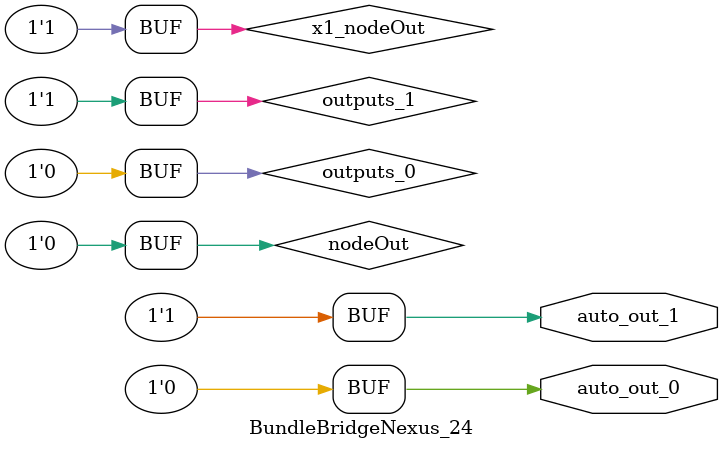
<source format=sv>
`ifndef RANDOMIZE
  `ifdef RANDOMIZE_MEM_INIT
    `define RANDOMIZE
  `endif // RANDOMIZE_MEM_INIT
`endif // not def RANDOMIZE
`ifndef RANDOMIZE
  `ifdef RANDOMIZE_REG_INIT
    `define RANDOMIZE
  `endif // RANDOMIZE_REG_INIT
`endif // not def RANDOMIZE

`ifndef RANDOM
  `define RANDOM $random
`endif // not def RANDOM

// Users can define INIT_RANDOM as general code that gets injected into the
// initializer block for modules with registers.
`ifndef INIT_RANDOM
  `define INIT_RANDOM
`endif // not def INIT_RANDOM

// If using random initialization, you can also define RANDOMIZE_DELAY to
// customize the delay used, otherwise 0.002 is used.
`ifndef RANDOMIZE_DELAY
  `define RANDOMIZE_DELAY 0.002
`endif // not def RANDOMIZE_DELAY

// Define INIT_RANDOM_PROLOG_ for use in our modules below.
`ifndef INIT_RANDOM_PROLOG_
  `ifdef RANDOMIZE
    `ifdef VERILATOR
      `define INIT_RANDOM_PROLOG_ `INIT_RANDOM
    `else  // VERILATOR
      `define INIT_RANDOM_PROLOG_ `INIT_RANDOM #`RANDOMIZE_DELAY begin end
    `endif // VERILATOR
  `else  // RANDOMIZE
    `define INIT_RANDOM_PROLOG_
  `endif // RANDOMIZE
`endif // not def INIT_RANDOM_PROLOG_

// Include register initializers in init blocks unless synthesis is set
`ifndef SYNTHESIS
  `ifndef ENABLE_INITIAL_REG_
    `define ENABLE_INITIAL_REG_
  `endif // not def ENABLE_INITIAL_REG_
`endif // not def SYNTHESIS

// Include rmemory initializers in init blocks unless synthesis is set
`ifndef SYNTHESIS
  `ifndef ENABLE_INITIAL_MEM_
    `define ENABLE_INITIAL_MEM_
  `endif // not def ENABLE_INITIAL_MEM_
`endif // not def SYNTHESIS

// Standard header to adapt well known macros for prints and assertions.

// Users can define 'PRINTF_COND' to add an extra gate to prints.
`ifndef PRINTF_COND_
  `ifdef PRINTF_COND
    `define PRINTF_COND_ (`PRINTF_COND)
  `else  // PRINTF_COND
    `define PRINTF_COND_ 1
  `endif // PRINTF_COND
`endif // not def PRINTF_COND_

// Users can define 'ASSERT_VERBOSE_COND' to add an extra gate to assert error printing.
`ifndef ASSERT_VERBOSE_COND_
  `ifdef ASSERT_VERBOSE_COND
    `define ASSERT_VERBOSE_COND_ (`ASSERT_VERBOSE_COND)
  `else  // ASSERT_VERBOSE_COND
    `define ASSERT_VERBOSE_COND_ 1
  `endif // ASSERT_VERBOSE_COND
`endif // not def ASSERT_VERBOSE_COND_

// Users can define 'STOP_COND' to add an extra gate to stop conditions.
`ifndef STOP_COND_
  `ifdef STOP_COND
    `define STOP_COND_ (`STOP_COND)
  `else  // STOP_COND
    `define STOP_COND_ 1
  `endif // STOP_COND
`endif // not def STOP_COND_

module BundleBridgeNexus_24(
  output auto_out_1,	// src/main/scala/diplomacy/LazyModule.scala:367:18
         auto_out_0	// src/main/scala/diplomacy/LazyModule.scala:367:18
);

  wire outputs_0 = 1'h0;	// src/main/scala/subsystem/HasTiles.scala:159:32
  wire outputs_1 = 1'h1;	// src/main/scala/subsystem/HasTiles.scala:159:32
  wire nodeOut = outputs_0;	// src/main/scala/diplomacy/Nodes.scala:1205:17, src/main/scala/subsystem/HasTiles.scala:159:32
  wire x1_nodeOut = outputs_1;	// src/main/scala/diplomacy/Nodes.scala:1205:17, src/main/scala/subsystem/HasTiles.scala:159:32
  assign auto_out_1 = x1_nodeOut;	// src/main/scala/diplomacy/Nodes.scala:1205:17
  assign auto_out_0 = nodeOut;	// src/main/scala/diplomacy/Nodes.scala:1205:17
endmodule


</source>
